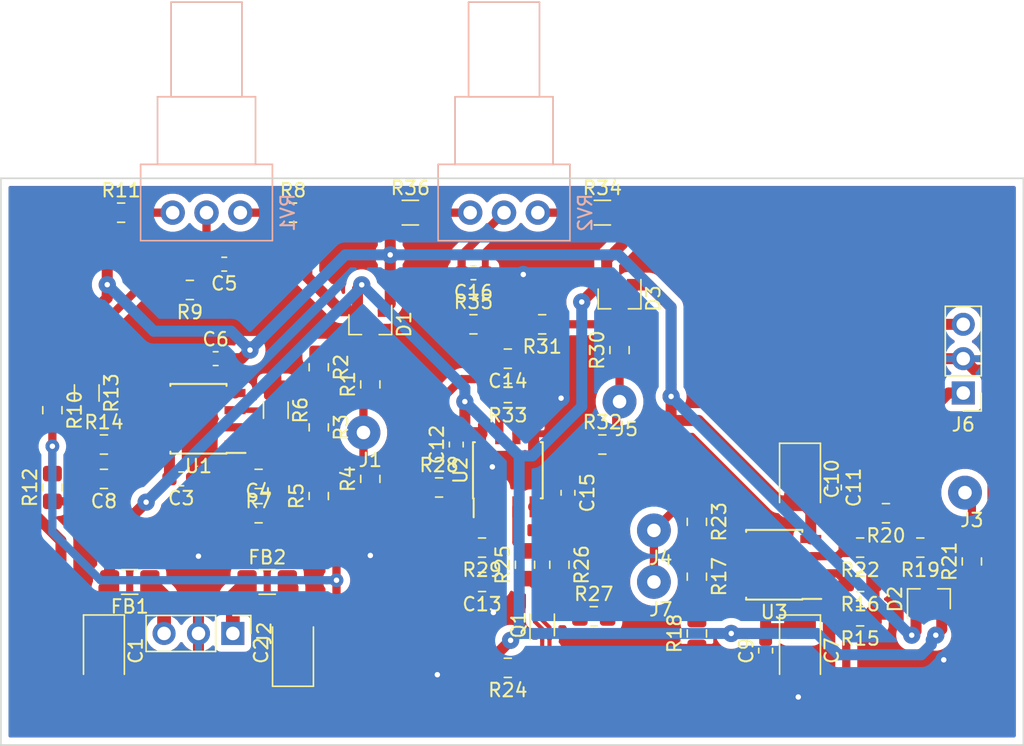
<source format=kicad_pcb>
(kicad_pcb (version 20171130) (host pcbnew 5.1.4-e60b266~84~ubuntu18.04.1)
  (layers (0 F.Cu signal) (31 B.Cu signal) (34 B.Paste user) (35 F.Paste user) (36 B.SilkS user) (37 F.SilkS user) (38 B.Mask user) (39 F.Mask user) (44 Edge.Cuts user))
  (net 0 "")
  (net 1 GND)
  (net 2 +5V)
  (net 3 -5V)
  (net 4 "Net-(C4-Pad2)")
  (net 5 "Net-(C4-Pad1)")
  (net 6 "Net-(C5-Pad2)")
  (net 7 "Net-(C8-Pad2)")
  (net 8 "Net-(C8-Pad1)")
  (net 9 "Net-(C13-Pad2)")
  (net 10 "Net-(C13-Pad1)")
  (net 11 "Net-(C14-Pad2)")
  (net 12 "Net-(C14-Pad1)")
  (net 13 "Net-(C16-Pad2)")
  (net 14 "Net-(D1-Pad3)")
  (net 15 "Net-(D2-Pad3)")
  (net 16 "Net-(D3-Pad3)")
  (net 17 "Net-(J1-Pad1)")
  (net 18 "Net-(J3-Pad1)")
  (net 19 "Net-(J4-Pad1)")
  (net 20 "Net-(J5-Pad1)")
  (net 21 "Net-(Q1-Pad2)")
  (net 22 "Net-(Q1-Pad4)")
  (net 23 "Net-(R2-Pad2)")
  (net 24 "Net-(R10-Pad2)")
  (net 25 "Net-(R8-Pad1)")
  (net 26 "Net-(R10-Pad1)")
  (net 27 "Net-(R11-Pad2)")
  (net 28 "Net-(R16-Pad2)")
  (net 29 "Net-(R17-Pad2)")
  (net 30 "Net-(R17-Pad1)")
  (net 31 "Net-(R20-Pad2)")
  (net 32 "Net-(R25-Pad2)")
  (net 33 "Net-(R27-Pad2)")
  (net 34 "Net-(R34-Pad1)")
  (net 35 "Net-(R36-Pad2)")
  (net 36 "Net-(FB1-Pad1)")
  (net 37 "Net-(FB2-Pad1)")
  (module synkie_footprints:Solderpad_1mm (layer F.Cu) (at 119.888 105.029)
    (fp_text reference J7 (at 0 1.778) (layer F.SilkS))
    (fp_text value Level)
    (pad 1 thru_hole circle (at -0.508 -0.254) (size 2.5 2.5) (drill 1) (layers *.Cu *.Mask) (net 19 "Net-(J4-Pad1)"))
  )
  (module synkie_footprints:R_0805_2012Metric_Pad1.15x1.40mm_HandSolder (layer F.Cu) (at 115.57 94.615)
    (fp_text reference R32 (at 0 -1.65) (layer F.SilkS))
    (fp_text value 47k)
    (pad 2 smd roundrect (at 1.025 0) (size 1.15 1.4) (layers F.Cu F.Paste F.Mask) (roundrect_rratio 0.217391) (net 20 "Net-(J5-Pad1)"))
    (pad 1 smd roundrect (at -1.025 0) (size 1.15 1.4) (layers F.Cu F.Paste F.Mask) (roundrect_rratio 0.217391) (net 1 GND))
  )
  (module synkie_footprints:R_0805_2012Metric_Pad1.15x1.40mm_HandSolder (layer F.Cu) (at 108.585 90.805 180)
    (fp_text reference R33 (at 0 -1.65) (layer F.SilkS))
    (fp_text value 4k7)
    (pad 2 smd roundrect (at 1.025 0 180) (size 1.15 1.4) (layers F.Cu F.Paste F.Mask) (roundrect_rratio 0.217391) (net 11 "Net-(C14-Pad2)"))
    (pad 1 smd roundrect (at -1.025 0 180) (size 1.15 1.4) (layers F.Cu F.Paste F.Mask) (roundrect_rratio 0.217391) (net 12 "Net-(C14-Pad1)"))
  )
  (module synkie_footprints:R_0805_2012Metric_Pad1.15x1.40mm_HandSolder (layer F.Cu) (at 106.045 85.725)
    (fp_text reference R35 (at 0 -1.65) (layer F.SilkS))
    (fp_text value 100k)
    (pad 2 smd roundrect (at 1.025 0) (size 1.15 1.4) (layers F.Cu F.Paste F.Mask) (roundrect_rratio 0.217391) (net 12 "Net-(C14-Pad1)"))
    (pad 1 smd roundrect (at -1.025 0) (size 1.15 1.4) (layers F.Cu F.Paste F.Mask) (roundrect_rratio 0.217391) (net 13 "Net-(C16-Pad2)"))
  )
  (module synkie_footprints:R_1206_3216Metric_Pad1.42x1.75mm_HandSolder (layer F.Cu) (at 77.47 90.805 270)
    (fp_text reference R13 (at 0 -1.82 90) (layer F.SilkS))
    (fp_text value 100k)
    (pad 2 smd roundrect (at 1.4875 0 270) (size 1.425 1.75) (layers F.Cu F.Paste F.Mask) (roundrect_rratio 0.175439) (net 7 "Net-(C8-Pad2)"))
    (pad 1 smd roundrect (at -1.4875 0 270) (size 1.425 1.75) (layers F.Cu F.Paste F.Mask) (roundrect_rratio 0.175439) (net 1 GND))
  )
  (module synkie_footprints:R_1206_3216Metric_Pad1.42x1.75mm_HandSolder (layer F.Cu) (at 91.44 92.075 270)
    (fp_text reference R6 (at 0 -1.82 90) (layer F.SilkS))
    (fp_text value 100k)
    (pad 2 smd roundrect (at 1.4875 0 270) (size 1.425 1.75) (layers F.Cu F.Paste F.Mask) (roundrect_rratio 0.175439) (net 4 "Net-(C4-Pad2)"))
    (pad 1 smd roundrect (at -1.4875 0 270) (size 1.425 1.75) (layers F.Cu F.Paste F.Mask) (roundrect_rratio 0.175439) (net 1 GND))
  )
  (module synkie_footprints:PinHeader_1x03_P2.54mm_Vertical (layer F.Cu) (at 142.24 90.805 180)
    (fp_text reference J6 (at 0 -2.33) (layer F.SilkS))
    (fp_text value LevelMeter)
    (pad 3 thru_hole oval (at 0 5.08 180) (size 1.7 1.7) (drill 1) (layers *.Cu *.Mask) (net 2 +5V))
    (pad 2 thru_hole oval (at 0 2.54 180) (size 1.7 1.7) (drill 1) (layers *.Cu *.Mask) (net 1 GND))
    (pad 1 thru_hole rect (at 0 0 180) (size 1.7 1.7) (drill 1) (layers *.Cu *.Mask) (net 3 -5V))
  )
  (module synkie_footprints:L_1206_3216Metric_Pad1.42x1.75mm_HandSolder (layer F.Cu) (at 90.805 104.775)
    (fp_text reference FB2 (at 0 -1.82) (layer F.SilkS))
    (fp_text value Ferrite_Bead)
    (pad 2 smd roundrect (at 1.4875 0) (size 1.425 1.75) (layers F.Cu F.Paste F.Mask) (roundrect_rratio 0.175439) (net 3 -5V))
    (pad 1 smd roundrect (at -1.4875 0) (size 1.425 1.75) (layers F.Cu F.Paste F.Mask) (roundrect_rratio 0.175439) (net 37 "Net-(FB2-Pad1)"))
  )
  (module synkie_footprints:L_1206_3216Metric_Pad1.42x1.75mm_HandSolder (layer F.Cu) (at 80.645 104.775 180)
    (fp_text reference FB1 (at 0 -1.82) (layer F.SilkS))
    (fp_text value Ferrite_Bead)
    (pad 2 smd roundrect (at 1.4875 0 180) (size 1.425 1.75) (layers F.Cu F.Paste F.Mask) (roundrect_rratio 0.175439) (net 2 +5V))
    (pad 1 smd roundrect (at -1.4875 0 180) (size 1.425 1.75) (layers F.Cu F.Paste F.Mask) (roundrect_rratio 0.175439) (net 36 "Net-(FB1-Pad1)"))
  )
  (module synkie_footprints:C_0603_1608Metric_Pad1.05x0.95mm_HandSolder (layer F.Cu) (at 106.045 81.915 180)
    (fp_text reference C16 (at 0 -1.43) (layer F.SilkS))
    (fp_text value 100n)
    (pad 2 smd roundrect (at 0.875 0 180) (size 1.05 0.95) (layers F.Cu F.Paste F.Mask) (net 13 "Net-(C16-Pad2)"))
    (pad 1 smd roundrect (at -0.875 0 180) (size 1.05 0.95) (layers F.Cu F.Paste F.Mask) (net 1 GND))
  )
  (module synkie_footprints:SOIC-8_3.9x4.9mm_P1.27mm (layer F.Cu) (at 128.27 103.505 180)
    (fp_text reference U3 (at 0 -3.5) (layer F.SilkS))
    (fp_text value LT1228)
    (pad 8 smd rect (at 2.7 -1.905 180) (size 1.55 0.6) (layers F.Cu F.Paste F.Mask) (net 29 "Net-(R17-Pad2)"))
    (pad 7 smd rect (at 2.7 -0.635 180) (size 1.55 0.6) (layers F.Cu F.Paste F.Mask) (net 2 +5V))
    (pad 6 smd rect (at 2.7 0.635 180) (size 1.55 0.6) (layers F.Cu F.Paste F.Mask) (net 30 "Net-(R17-Pad1)"))
    (pad 5 smd rect (at 2.7 1.905 180) (size 1.55 0.6) (layers F.Cu F.Paste F.Mask) (net 33 "Net-(R27-Pad2)"))
    (pad 4 smd rect (at -2.7 1.905 180) (size 1.55 0.6) (layers F.Cu F.Paste F.Mask) (net 3 -5V))
    (pad 3 smd rect (at -2.7 0.635 180) (size 1.55 0.6) (layers F.Cu F.Paste F.Mask) (net 31 "Net-(R20-Pad2)"))
    (pad 2 smd rect (at -2.7 -0.635 180) (size 1.55 0.6) (layers F.Cu F.Paste F.Mask) (net 28 "Net-(R16-Pad2)"))
    (pad 1 smd rect (at -2.7 -1.905 180) (size 1.55 0.6) (layers F.Cu F.Paste F.Mask) (net 24 "Net-(R10-Pad2)"))
  )
  (module synkie_footprints:SOIC-8_3.9x4.9mm_P1.27mm (layer F.Cu) (at 108.585 96.52 90)
    (fp_text reference U2 (at 0 -3.5 90) (layer F.SilkS))
    (fp_text value LMH6643)
    (pad 1 smd rect (at -2.7 -1.905 90) (size 1.55 0.6) (layers F.Cu F.Paste F.Mask) (net 9 "Net-(C13-Pad2)"))
    (pad 2 smd rect (at -2.7 -0.635 90) (size 1.55 0.6) (layers F.Cu F.Paste F.Mask) (net 10 "Net-(C13-Pad1)"))
    (pad 3 smd rect (at -2.7 0.635 90) (size 1.55 0.6) (layers F.Cu F.Paste F.Mask) (net 32 "Net-(R25-Pad2)"))
    (pad 4 smd rect (at -2.7 1.905 90) (size 1.55 0.6) (layers F.Cu F.Paste F.Mask) (net 3 -5V))
    (pad 5 smd rect (at 2.7 1.905 90) (size 1.55 0.6) (layers F.Cu F.Paste F.Mask) (net 1 GND))
    (pad 6 smd rect (at 2.7 0.635 90) (size 1.55 0.6) (layers F.Cu F.Paste F.Mask) (net 12 "Net-(C14-Pad1)"))
    (pad 7 smd rect (at 2.7 -0.635 90) (size 1.55 0.6) (layers F.Cu F.Paste F.Mask) (net 11 "Net-(C14-Pad2)"))
    (pad 8 smd rect (at 2.7 -1.905 90) (size 1.55 0.6) (layers F.Cu F.Paste F.Mask) (net 2 +5V))
  )
  (module synkie_footprints:SOIC-8_3.9x4.9mm_P1.27mm (layer F.Cu) (at 85.725 92.71 180)
    (fp_text reference U1 (at 0 -3.5) (layer F.SilkS))
    (fp_text value LMH6643)
    (pad 8 smd rect (at 2.7 -1.905 180) (size 1.55 0.6) (layers F.Cu F.Paste F.Mask) (net 2 +5V))
    (pad 7 smd rect (at 2.7 -0.635 180) (size 1.55 0.6) (layers F.Cu F.Paste F.Mask) (net 8 "Net-(C8-Pad1)"))
    (pad 6 smd rect (at 2.7 0.635 180) (size 1.55 0.6) (layers F.Cu F.Paste F.Mask) (net 7 "Net-(C8-Pad2)"))
    (pad 5 smd rect (at 2.7 1.905 180) (size 1.55 0.6) (layers F.Cu F.Paste F.Mask) (net 26 "Net-(R10-Pad1)"))
    (pad 4 smd rect (at -2.7 1.905 180) (size 1.55 0.6) (layers F.Cu F.Paste F.Mask) (net 3 -5V))
    (pad 3 smd rect (at -2.7 0.635 180) (size 1.55 0.6) (layers F.Cu F.Paste F.Mask) (net 23 "Net-(R2-Pad2)"))
    (pad 2 smd rect (at -2.7 -0.635 180) (size 1.55 0.6) (layers F.Cu F.Paste F.Mask) (net 4 "Net-(C4-Pad2)"))
    (pad 1 smd rect (at -2.7 -1.905 180) (size 1.55 0.6) (layers F.Cu F.Paste F.Mask) (net 5 "Net-(C4-Pad1)"))
  )
  (module synkie_footprints:Potentiometer_Alps_RK09Y11_Single_Horizontal (layer B.Cu) (at 105.8037 77.47 90)
    (fp_text reference RV2 (at 0 8.5 270) (layer B.SilkS) (effects (justify mirror)))
    (fp_text value 10k)
    (pad 3 thru_hole circle (at 0 5 90) (size 1.8 1.8) (drill 1) (layers *.Cu *.Mask) (net 34 "Net-(R34-Pad1)"))
    (pad 2 thru_hole circle (at 0 2.5 90) (size 1.8 1.8) (drill 1) (layers *.Cu *.Mask) (net 13 "Net-(C16-Pad2)"))
    (pad 1 thru_hole circle (at 0 0 90) (size 1.8 1.8) (drill 1) (layers *.Cu *.Mask) (net 35 "Net-(R36-Pad2)"))
  )
  (module synkie_footprints:Potentiometer_Alps_RK09Y11_Single_Horizontal (layer B.Cu) (at 83.82 77.47 90)
    (fp_text reference RV1 (at 0 8.5 270) (layer B.SilkS) (effects (justify mirror)))
    (fp_text value 10k)
    (pad 3 thru_hole circle (at 0 5 90) (size 1.8 1.8) (drill 1) (layers *.Cu *.Mask) (net 25 "Net-(R8-Pad1)"))
    (pad 2 thru_hole circle (at 0 2.5 90) (size 1.8 1.8) (drill 1) (layers *.Cu *.Mask) (net 6 "Net-(C5-Pad2)"))
    (pad 1 thru_hole circle (at 0 0 90) (size 1.8 1.8) (drill 1) (layers *.Cu *.Mask) (net 27 "Net-(R11-Pad2)"))
  )
  (module synkie_footprints:R_1206_3216Metric_Pad1.42x1.75mm_HandSolder (layer F.Cu) (at 101.3825 77.47)
    (fp_text reference R36 (at 0 -1.82) (layer F.SilkS))
    (fp_text value 10k)
    (pad 2 smd roundrect (at 1.4875 0) (size 1.425 1.75) (layers F.Cu F.Paste F.Mask) (roundrect_rratio 0.175439) (net 35 "Net-(R36-Pad2)"))
    (pad 1 smd roundrect (at -1.4875 0) (size 1.425 1.75) (layers F.Cu F.Paste F.Mask) (roundrect_rratio 0.175439) (net 3 -5V))
  )
  (module synkie_footprints:R_1206_3216Metric_Pad1.42x1.75mm_HandSolder (layer F.Cu) (at 115.57 77.47)
    (fp_text reference R34 (at 0 -1.82) (layer F.SilkS))
    (fp_text value 10k)
    (pad 2 smd roundrect (at 1.4875 0) (size 1.425 1.75) (layers F.Cu F.Paste F.Mask) (roundrect_rratio 0.175439) (net 2 +5V))
    (pad 1 smd roundrect (at -1.4875 0) (size 1.425 1.75) (layers F.Cu F.Paste F.Mask) (roundrect_rratio 0.175439) (net 34 "Net-(R34-Pad1)"))
  )
  (module synkie_footprints:R_0805_2012Metric_Pad1.15x1.40mm_HandSolder (layer F.Cu) (at 111.125 85.725 180)
    (fp_text reference R31 (at 0 -1.65) (layer F.SilkS))
    (fp_text value 100k)
    (pad 2 smd roundrect (at 1.025 0 180) (size 1.15 1.4) (layers F.Cu F.Paste F.Mask) (roundrect_rratio 0.217391) (net 12 "Net-(C14-Pad1)"))
    (pad 1 smd roundrect (at -1.025 0 180) (size 1.15 1.4) (layers F.Cu F.Paste F.Mask) (roundrect_rratio 0.217391) (net 16 "Net-(D3-Pad3)"))
  )
  (module synkie_footprints:R_0805_2012Metric_Pad1.15x1.40mm_HandSolder (layer F.Cu) (at 116.84 87.63 90)
    (fp_text reference R30 (at 0 -1.65 90) (layer F.SilkS))
    (fp_text value 100)
    (pad 2 smd roundrect (at 1.025 0 90) (size 1.15 1.4) (layers F.Cu F.Paste F.Mask) (roundrect_rratio 0.217391) (net 16 "Net-(D3-Pad3)"))
    (pad 1 smd roundrect (at -1.025 0 90) (size 1.15 1.4) (layers F.Cu F.Paste F.Mask) (roundrect_rratio 0.217391) (net 20 "Net-(J5-Pad1)"))
  )
  (module synkie_footprints:R_0805_2012Metric_Pad1.15x1.40mm_HandSolder (layer F.Cu) (at 106.68 102.235 180)
    (fp_text reference R29 (at 0 -1.65) (layer F.SilkS))
    (fp_text value 33k)
    (pad 2 smd roundrect (at 1.025 0 180) (size 1.15 1.4) (layers F.Cu F.Paste F.Mask) (roundrect_rratio 0.217391) (net 9 "Net-(C13-Pad2)"))
    (pad 1 smd roundrect (at -1.025 0 180) (size 1.15 1.4) (layers F.Cu F.Paste F.Mask) (roundrect_rratio 0.217391) (net 10 "Net-(C13-Pad1)"))
  )
  (module synkie_footprints:R_0805_2012Metric_Pad1.15x1.40mm_HandSolder (layer F.Cu) (at 103.505 97.79)
    (fp_text reference R28 (at 0 -1.65) (layer F.SilkS))
    (fp_text value 33k)
    (pad 2 smd roundrect (at 1.025 0) (size 1.15 1.4) (layers F.Cu F.Paste F.Mask) (roundrect_rratio 0.217391) (net 10 "Net-(C13-Pad1)"))
    (pad 1 smd roundrect (at -1.025 0) (size 1.15 1.4) (layers F.Cu F.Paste F.Mask) (roundrect_rratio 0.217391) (net 11 "Net-(C14-Pad2)"))
  )
  (module synkie_footprints:R_0805_2012Metric_Pad1.15x1.40mm_HandSolder (layer F.Cu) (at 114.935 107.315)
    (fp_text reference R27 (at 0 -1.65) (layer F.SilkS))
    (fp_text value 1k)
    (pad 2 smd roundrect (at 1.025 0) (size 1.15 1.4) (layers F.Cu F.Paste F.Mask) (roundrect_rratio 0.217391) (net 33 "Net-(R27-Pad2)"))
    (pad 1 smd roundrect (at -1.025 0) (size 1.15 1.4) (layers F.Cu F.Paste F.Mask) (roundrect_rratio 0.217391) (net 22 "Net-(Q1-Pad4)"))
  )
  (module synkie_footprints:R_0805_2012Metric_Pad1.15x1.40mm_HandSolder (layer F.Cu) (at 112.395 103.505 270)
    (fp_text reference R26 (at 0 -1.65 90) (layer F.SilkS))
    (fp_text value 33k)
    (pad 2 smd roundrect (at 1.025 0 270) (size 1.15 1.4) (layers F.Cu F.Paste F.Mask) (roundrect_rratio 0.217391) (net 22 "Net-(Q1-Pad4)"))
    (pad 1 smd roundrect (at -1.025 0 270) (size 1.15 1.4) (layers F.Cu F.Paste F.Mask) (roundrect_rratio 0.217391) (net 32 "Net-(R25-Pad2)"))
  )
  (module synkie_footprints:R_0805_2012Metric_Pad1.15x1.40mm_HandSolder (layer F.Cu) (at 109.855 103.505 90)
    (fp_text reference R25 (at 0 -1.65 90) (layer F.SilkS))
    (fp_text value 33k)
    (pad 2 smd roundrect (at 1.025 0 90) (size 1.15 1.4) (layers F.Cu F.Paste F.Mask) (roundrect_rratio 0.217391) (net 32 "Net-(R25-Pad2)"))
    (pad 1 smd roundrect (at -1.025 0 90) (size 1.15 1.4) (layers F.Cu F.Paste F.Mask) (roundrect_rratio 0.217391) (net 21 "Net-(Q1-Pad2)"))
  )
  (module synkie_footprints:R_0805_2012Metric_Pad1.15x1.40mm_HandSolder (layer F.Cu) (at 108.585 111.125 180)
    (fp_text reference R24 (at 0 -1.65) (layer F.SilkS))
    (fp_text value 15k)
    (pad 2 smd roundrect (at 1.025 0 180) (size 1.15 1.4) (layers F.Cu F.Paste F.Mask) (roundrect_rratio 0.217391) (net 2 +5V))
    (pad 1 smd roundrect (at -1.025 0 180) (size 1.15 1.4) (layers F.Cu F.Paste F.Mask) (roundrect_rratio 0.217391) (net 21 "Net-(Q1-Pad2)"))
  )
  (module synkie_footprints:R_0805_2012Metric_Pad1.15x1.40mm_HandSolder (layer F.Cu) (at 122.555 100.33 270)
    (fp_text reference R23 (at 0 -1.65 90) (layer F.SilkS))
    (fp_text value 75)
    (pad 2 smd roundrect (at 1.025 0 270) (size 1.15 1.4) (layers F.Cu F.Paste F.Mask) (roundrect_rratio 0.217391) (net 30 "Net-(R17-Pad1)"))
    (pad 1 smd roundrect (at -1.025 0 270) (size 1.15 1.4) (layers F.Cu F.Paste F.Mask) (roundrect_rratio 0.217391) (net 19 "Net-(J4-Pad1)"))
  )
  (module synkie_footprints:R_0805_2012Metric_Pad1.15x1.40mm_HandSolder (layer F.Cu) (at 134.62 102.235 180)
    (fp_text reference R22 (at 0 -1.65) (layer F.SilkS))
    (fp_text value 1k)
    (pad 2 smd roundrect (at 1.025 0 180) (size 1.15 1.4) (layers F.Cu F.Paste F.Mask) (roundrect_rratio 0.217391) (net 31 "Net-(R20-Pad2)"))
    (pad 1 smd roundrect (at -1.025 0 180) (size 1.15 1.4) (layers F.Cu F.Paste F.Mask) (roundrect_rratio 0.217391) (net 1 GND))
  )
  (module synkie_footprints:R_0805_2012Metric_Pad1.15x1.40mm_HandSolder (layer F.Cu) (at 142.875 103.26 90)
    (fp_text reference R21 (at 0 -1.65 90) (layer F.SilkS))
    (fp_text value 47k)
    (pad 2 smd roundrect (at 1.025 0 90) (size 1.15 1.4) (layers F.Cu F.Paste F.Mask) (roundrect_rratio 0.217391) (net 18 "Net-(J3-Pad1)"))
    (pad 1 smd roundrect (at -1.025 0 90) (size 1.15 1.4) (layers F.Cu F.Paste F.Mask) (roundrect_rratio 0.217391) (net 1 GND))
  )
  (module synkie_footprints:R_0805_2012Metric_Pad1.15x1.40mm_HandSolder (layer F.Cu) (at 136.525 99.695 180)
    (fp_text reference R20 (at 0 -1.65) (layer F.SilkS))
    (fp_text value 10k)
    (pad 2 smd roundrect (at 1.025 0 180) (size 1.15 1.4) (layers F.Cu F.Paste F.Mask) (roundrect_rratio 0.217391) (net 31 "Net-(R20-Pad2)"))
    (pad 1 smd roundrect (at -1.025 0 180) (size 1.15 1.4) (layers F.Cu F.Paste F.Mask) (roundrect_rratio 0.217391) (net 15 "Net-(D2-Pad3)"))
  )
  (module synkie_footprints:R_0805_2012Metric_Pad1.15x1.40mm_HandSolder (layer F.Cu) (at 139.065 102.235 180)
    (fp_text reference R19 (at 0 -1.65) (layer F.SilkS))
    (fp_text value 100)
    (pad 2 smd roundrect (at 1.025 0 180) (size 1.15 1.4) (layers F.Cu F.Paste F.Mask) (roundrect_rratio 0.217391) (net 15 "Net-(D2-Pad3)"))
    (pad 1 smd roundrect (at -1.025 0 180) (size 1.15 1.4) (layers F.Cu F.Paste F.Mask) (roundrect_rratio 0.217391) (net 18 "Net-(J3-Pad1)"))
  )
  (module synkie_footprints:R_0805_2012Metric_Pad1.15x1.40mm_HandSolder (layer F.Cu) (at 122.555 108.585 90)
    (fp_text reference R18 (at 0 -1.65 90) (layer F.SilkS))
    (fp_text value 68)
    (pad 2 smd roundrect (at 1.025 0 90) (size 1.15 1.4) (layers F.Cu F.Paste F.Mask) (roundrect_rratio 0.217391) (net 29 "Net-(R17-Pad2)"))
    (pad 1 smd roundrect (at -1.025 0 90) (size 1.15 1.4) (layers F.Cu F.Paste F.Mask) (roundrect_rratio 0.217391) (net 1 GND))
  )
  (module synkie_footprints:R_0805_2012Metric_Pad1.15x1.40mm_HandSolder (layer F.Cu) (at 122.555 104.385 270)
    (fp_text reference R17 (at 0 -1.65 90) (layer F.SilkS))
    (fp_text value 1k)
    (pad 2 smd roundrect (at 1.025 0 270) (size 1.15 1.4) (layers F.Cu F.Paste F.Mask) (roundrect_rratio 0.217391) (net 29 "Net-(R17-Pad2)"))
    (pad 1 smd roundrect (at -1.025 0 270) (size 1.15 1.4) (layers F.Cu F.Paste F.Mask) (roundrect_rratio 0.217391) (net 30 "Net-(R17-Pad1)"))
  )
  (module synkie_footprints:R_0805_2012Metric_Pad1.15x1.40mm_HandSolder (layer F.Cu) (at 134.62 104.775 180)
    (fp_text reference R16 (at 0 -1.65) (layer F.SilkS))
    (fp_text value 560)
    (pad 2 smd roundrect (at 1.025 0 180) (size 1.15 1.4) (layers F.Cu F.Paste F.Mask) (roundrect_rratio 0.217391) (net 28 "Net-(R16-Pad2)"))
    (pad 1 smd roundrect (at -1.025 0 180) (size 1.15 1.4) (layers F.Cu F.Paste F.Mask) (roundrect_rratio 0.217391) (net 1 GND))
  )
  (module synkie_footprints:R_0805_2012Metric_Pad1.15x1.40mm_HandSolder (layer F.Cu) (at 134.62 107.315 180)
    (fp_text reference R15 (at 0 -1.65) (layer F.SilkS))
    (fp_text value 300)
    (pad 2 smd roundrect (at 1.025 0 180) (size 1.15 1.4) (layers F.Cu F.Paste F.Mask) (roundrect_rratio 0.217391) (net 24 "Net-(R10-Pad2)"))
    (pad 1 smd roundrect (at -1.025 0 180) (size 1.15 1.4) (layers F.Cu F.Paste F.Mask) (roundrect_rratio 0.217391) (net 1 GND))
  )
  (module synkie_footprints:R_0805_2012Metric_Pad1.15x1.40mm_HandSolder (layer F.Cu) (at 78.74 94.615)
    (fp_text reference R14 (at 0 -1.65) (layer F.SilkS))
    (fp_text value 100k)
    (pad 2 smd roundrect (at 1.025 0) (size 1.15 1.4) (layers F.Cu F.Paste F.Mask) (roundrect_rratio 0.217391) (net 8 "Net-(C8-Pad1)"))
    (pad 1 smd roundrect (at -1.025 0) (size 1.15 1.4) (layers F.Cu F.Paste F.Mask) (roundrect_rratio 0.217391) (net 7 "Net-(C8-Pad2)"))
  )
  (module synkie_footprints:R_0805_2012Metric_Pad1.15x1.40mm_HandSolder (layer F.Cu) (at 74.93 97.79 90)
    (fp_text reference R12 (at 0 -1.65 90) (layer F.SilkS))
    (fp_text value 2k2)
    (pad 1 smd roundrect (at -1.025 0 90) (size 1.15 1.4) (layers F.Cu F.Paste F.Mask) (roundrect_rratio 0.217391) (net 8 "Net-(C8-Pad1)"))
    (pad 2 smd roundrect (at 1.025 0 90) (size 1.15 1.4) (layers F.Cu F.Paste F.Mask) (roundrect_rratio 0.217391) (net 24 "Net-(R10-Pad2)"))
  )
  (module synkie_footprints:R_0805_2012Metric_Pad1.15x1.40mm_HandSolder (layer F.Cu) (at 80.01 77.47)
    (fp_text reference R11 (at 0 -1.65) (layer F.SilkS))
    (fp_text value 10k)
    (pad 2 smd roundrect (at 1.025 0) (size 1.15 1.4) (layers F.Cu F.Paste F.Mask) (roundrect_rratio 0.217391) (net 27 "Net-(R11-Pad2)"))
    (pad 1 smd roundrect (at -1.025 0) (size 1.15 1.4) (layers F.Cu F.Paste F.Mask) (roundrect_rratio 0.217391) (net 3 -5V))
  )
  (module synkie_footprints:R_0805_2012Metric_Pad1.15x1.40mm_HandSolder (layer F.Cu) (at 74.93 92.075 270)
    (fp_text reference R10 (at 0 -1.65 90) (layer F.SilkS))
    (fp_text value 100k)
    (pad 2 smd roundrect (at 1.025 0 270) (size 1.15 1.4) (layers F.Cu F.Paste F.Mask) (roundrect_rratio 0.217391) (net 24 "Net-(R10-Pad2)"))
    (pad 1 smd roundrect (at -1.025 0 270) (size 1.15 1.4) (layers F.Cu F.Paste F.Mask) (roundrect_rratio 0.217391) (net 26 "Net-(R10-Pad1)"))
  )
  (module synkie_footprints:R_0805_2012Metric_Pad1.15x1.40mm_HandSolder (layer F.Cu) (at 85.09 83.185 180)
    (fp_text reference R9 (at 0 -1.65) (layer F.SilkS))
    (fp_text value 100k)
    (pad 2 smd roundrect (at 1.025 0 180) (size 1.15 1.4) (layers F.Cu F.Paste F.Mask) (roundrect_rratio 0.217391) (net 26 "Net-(R10-Pad1)"))
    (pad 1 smd roundrect (at -1.025 0 180) (size 1.15 1.4) (layers F.Cu F.Paste F.Mask) (roundrect_rratio 0.217391) (net 6 "Net-(C5-Pad2)"))
  )
  (module synkie_footprints:R_0805_2012Metric_Pad1.15x1.40mm_HandSolder (layer F.Cu) (at 92.71 77.47)
    (fp_text reference R8 (at 0 -1.65) (layer F.SilkS))
    (fp_text value 10k)
    (pad 2 smd roundrect (at 1.025 0) (size 1.15 1.4) (layers F.Cu F.Paste F.Mask) (roundrect_rratio 0.217391) (net 2 +5V))
    (pad 1 smd roundrect (at -1.025 0) (size 1.15 1.4) (layers F.Cu F.Paste F.Mask) (roundrect_rratio 0.217391) (net 25 "Net-(R8-Pad1)"))
  )
  (module synkie_footprints:R_0805_2012Metric_Pad1.15x1.40mm_HandSolder (layer F.Cu) (at 90.17 97.155 180)
    (fp_text reference R7 (at 0 -1.65) (layer F.SilkS))
    (fp_text value 100k)
    (pad 2 smd roundrect (at 1.025 0 180) (size 1.15 1.4) (layers F.Cu F.Paste F.Mask) (roundrect_rratio 0.217391) (net 5 "Net-(C4-Pad1)"))
    (pad 1 smd roundrect (at -1.025 0 180) (size 1.15 1.4) (layers F.Cu F.Paste F.Mask) (roundrect_rratio 0.217391) (net 4 "Net-(C4-Pad2)"))
  )
  (module synkie_footprints:R_0805_2012Metric_Pad1.15x1.40mm_HandSolder (layer F.Cu) (at 94.615 98.425 90)
    (fp_text reference R5 (at 0 -1.65 90) (layer F.SilkS))
    (fp_text value 2k2)
    (pad 2 smd roundrect (at 1.025 0 90) (size 1.15 1.4) (layers F.Cu F.Paste F.Mask) (roundrect_rratio 0.217391) (net 24 "Net-(R10-Pad2)"))
    (pad 1 smd roundrect (at -1.025 0 90) (size 1.15 1.4) (layers F.Cu F.Paste F.Mask) (roundrect_rratio 0.217391) (net 5 "Net-(C4-Pad1)"))
  )
  (module synkie_footprints:R_0805_2012Metric_Pad1.15x1.40mm_HandSolder (layer F.Cu) (at 98.425 97.155 90)
    (fp_text reference R4 (at 0 -1.65 90) (layer F.SilkS))
    (fp_text value 47k)
    (pad 2 smd roundrect (at 1.025 0 90) (size 1.15 1.4) (layers F.Cu F.Paste F.Mask) (roundrect_rratio 0.217391) (net 17 "Net-(J1-Pad1)"))
    (pad 1 smd roundrect (at -1.025 0 90) (size 1.15 1.4) (layers F.Cu F.Paste F.Mask) (roundrect_rratio 0.217391) (net 1 GND))
  )
  (module synkie_footprints:R_0805_2012Metric_Pad1.15x1.40mm_HandSolder (layer F.Cu) (at 94.615 93.345 270)
    (fp_text reference R3 (at 0 -1.65 90) (layer F.SilkS))
    (fp_text value 100k)
    (pad 2 smd roundrect (at 1.025 0 270) (size 1.15 1.4) (layers F.Cu F.Paste F.Mask) (roundrect_rratio 0.217391) (net 24 "Net-(R10-Pad2)"))
    (pad 1 smd roundrect (at -1.025 0 270) (size 1.15 1.4) (layers F.Cu F.Paste F.Mask) (roundrect_rratio 0.217391) (net 23 "Net-(R2-Pad2)"))
  )
  (module synkie_footprints:R_0805_2012Metric_Pad1.15x1.40mm_HandSolder (layer F.Cu) (at 94.615 88.9 270)
    (fp_text reference R2 (at 0 -1.65 90) (layer F.SilkS))
    (fp_text value 100k)
    (pad 2 smd roundrect (at 1.025 0 270) (size 1.15 1.4) (layers F.Cu F.Paste F.Mask) (roundrect_rratio 0.217391) (net 23 "Net-(R2-Pad2)"))
    (pad 1 smd roundrect (at -1.025 0 270) (size 1.15 1.4) (layers F.Cu F.Paste F.Mask) (roundrect_rratio 0.217391) (net 14 "Net-(D1-Pad3)"))
  )
  (module synkie_footprints:R_0805_2012Metric_Pad1.15x1.40mm_HandSolder (layer F.Cu) (at 98.425 90.17 90)
    (fp_text reference R1 (at 0 -1.65 90) (layer F.SilkS))
    (fp_text value 100)
    (pad 2 smd roundrect (at 1.025 0 90) (size 1.15 1.4) (layers F.Cu F.Paste F.Mask) (roundrect_rratio 0.217391) (net 14 "Net-(D1-Pad3)"))
    (pad 1 smd roundrect (at -1.025 0 90) (size 1.15 1.4) (layers F.Cu F.Paste F.Mask) (roundrect_rratio 0.217391) (net 17 "Net-(J1-Pad1)"))
  )
  (module synkie_footprints:SOT-666 (layer F.Cu) (at 111.125 107.95 90)
    (fp_text reference Q1 (at 0 -1.75 90) (layer F.SilkS))
    (fp_text value PEMX1)
    (pad 6 smd rect (at 0.85 -0.5375 90) (size 0.5 0.375) (layers F.Cu F.Paste F.Mask) (net 21 "Net-(Q1-Pad2)") (clearance 0.127))
    (pad 4 smd rect (at 0.85 0.5375 90) (size 0.5 0.375) (layers F.Cu F.Paste F.Mask) (net 22 "Net-(Q1-Pad4)") (clearance 0.127))
    (pad 2 smd rect (at -0.925 0 90) (size 0.65 0.3) (layers F.Cu F.Paste F.Mask) (net 21 "Net-(Q1-Pad2)") (clearance 0.127))
    (pad 5 smd rect (at 0.925 0 90) (size 0.65 0.3) (layers F.Cu F.Paste F.Mask) (net 9 "Net-(C13-Pad2)") (clearance 0.127))
    (pad 3 smd rect (at -0.85 0.5375 90) (size 0.5 0.375) (layers F.Cu F.Paste F.Mask) (net 9 "Net-(C13-Pad2)") (clearance 0.127))
    (pad 1 smd rect (at -0.85 -0.5375 90) (size 0.5 0.375) (layers F.Cu F.Paste F.Mask) (net 1 GND) (clearance 0.0508))
  )
  (module synkie_footprints:Solderpad_1mm (layer F.Cu) (at 117.348 91.694)
    (fp_text reference J5 (at 0 1.778) (layer F.SilkS))
    (fp_text value Scale_In)
    (pad 1 thru_hole circle (at -0.508 -0.254) (size 2.5 2.5) (drill 1) (layers *.Cu *.Mask) (net 20 "Net-(J5-Pad1)"))
  )
  (module synkie_footprints:Solderpad_1mm (layer F.Cu) (at 119.888 101.219)
    (fp_text reference J4 (at 0 1.778) (layer F.SilkS))
    (fp_text value Out)
    (pad 1 thru_hole circle (at -0.508 -0.254) (size 2.5 2.5) (drill 1) (layers *.Cu *.Mask) (net 19 "Net-(J4-Pad1)"))
  )
  (module synkie_footprints:Solderpad_1mm (layer F.Cu) (at 142.875 98.425)
    (fp_text reference J3 (at 0 1.778) (layer F.SilkS))
    (fp_text value In)
    (pad 1 thru_hole circle (at -0.508 -0.254) (size 2.5 2.5) (drill 1) (layers *.Cu *.Mask) (net 18 "Net-(J3-Pad1)"))
  )
  (module synkie_footprints:PinHeader_1x03_P2.54mm_Vertical (layer F.Cu) (at 88.265 108.585 270)
    (fp_text reference J2 (at 0 -2.33 90) (layer F.SilkS))
    (fp_text value Power)
    (pad 3 thru_hole oval (at 0 5.08 270) (size 1.7 1.7) (drill 1) (layers *.Cu *.Mask) (net 36 "Net-(FB1-Pad1)"))
    (pad 2 thru_hole oval (at 0 2.54 270) (size 1.7 1.7) (drill 1) (layers *.Cu *.Mask) (net 1 GND))
    (pad 1 thru_hole rect (at 0 0 270) (size 1.7 1.7) (drill 1) (layers *.Cu *.Mask) (net 37 "Net-(FB2-Pad1)"))
  )
  (module synkie_footprints:Solderpad_1mm (layer F.Cu) (at 98.425 93.98)
    (fp_text reference J1 (at 0 1.778) (layer F.SilkS))
    (fp_text value Bias_In)
    (pad 1 thru_hole circle (at -0.508 -0.254) (size 2.5 2.5) (drill 1) (layers *.Cu *.Mask) (net 17 "Net-(J1-Pad1)"))
  )
  (module synkie_footprints:SOT-23 (layer F.Cu) (at 116.84 83.82 270)
    (fp_text reference D3 (at 0 -2.5 90) (layer F.SilkS))
    (fp_text value BAT54S)
    (pad 3 smd rect (at 1 0 270) (size 0.9 0.8) (layers F.Cu F.Paste F.Mask) (net 16 "Net-(D3-Pad3)"))
    (pad 2 smd rect (at -1 0.95 270) (size 0.9 0.8) (layers F.Cu F.Paste F.Mask) (net 2 +5V))
    (pad 1 smd rect (at -1 -0.95 270) (size 0.9 0.8) (layers F.Cu F.Paste F.Mask) (net 3 -5V))
  )
  (module synkie_footprints:SOT-23 (layer F.Cu) (at 139.7 106.045 90)
    (fp_text reference D2 (at 0 -2.5 90) (layer F.SilkS))
    (fp_text value BAT54S)
    (pad 3 smd rect (at 1 0 90) (size 0.9 0.8) (layers F.Cu F.Paste F.Mask) (net 15 "Net-(D2-Pad3)"))
    (pad 2 smd rect (at -1 0.95 90) (size 0.9 0.8) (layers F.Cu F.Paste F.Mask) (net 2 +5V))
    (pad 1 smd rect (at -1 -0.95 90) (size 0.9 0.8) (layers F.Cu F.Paste F.Mask) (net 3 -5V))
  )
  (module synkie_footprints:SOT-23 (layer F.Cu) (at 98.425 85.725 270)
    (fp_text reference D1 (at 0 -2.5 90) (layer F.SilkS))
    (fp_text value BAT54S)
    (pad 3 smd rect (at 1 0 270) (size 0.9 0.8) (layers F.Cu F.Paste F.Mask) (net 14 "Net-(D1-Pad3)"))
    (pad 2 smd rect (at -1 0.95 270) (size 0.9 0.8) (layers F.Cu F.Paste F.Mask) (net 2 +5V))
    (pad 1 smd rect (at -1 -0.95 270) (size 0.9 0.8) (layers F.Cu F.Paste F.Mask) (net 3 -5V))
  )
  (module synkie_footprints:C_0603_1608Metric_Pad1.05x0.95mm_HandSolder (layer F.Cu) (at 113.03 98.185 270)
    (fp_text reference C15 (at 0 -1.43 90) (layer F.SilkS))
    (fp_text value 100n)
    (pad 2 smd roundrect (at 0.875 0 270) (size 1.05 0.95) (layers F.Cu F.Paste F.Mask) (net 3 -5V))
    (pad 1 smd roundrect (at -0.875 0 270) (size 1.05 0.95) (layers F.Cu F.Paste F.Mask) (net 1 GND))
  )
  (module synkie_footprints:C_0805_2012Metric_Pad1.15x1.40mm_HandSolder (layer F.Cu) (at 108.585 88.265 180)
    (fp_text reference C14 (at 0 -1.65) (layer F.SilkS))
    (fp_text value 0)
    (pad 2 smd roundrect (at 1.025 0 180) (size 1.15 1.4) (layers F.Cu F.Paste F.Mask) (roundrect_rratio 0.217391) (net 11 "Net-(C14-Pad2)"))
    (pad 1 smd roundrect (at -1.025 0 180) (size 1.15 1.4) (layers F.Cu F.Paste F.Mask) (roundrect_rratio 0.217391) (net 12 "Net-(C14-Pad1)"))
  )
  (module synkie_footprints:C_0805_2012Metric_Pad1.15x1.40mm_HandSolder (layer F.Cu) (at 106.68 104.775 180)
    (fp_text reference C13 (at 0 -1.65) (layer F.SilkS))
    (fp_text value 1p)
    (pad 2 smd roundrect (at 1.025 0 180) (size 1.15 1.4) (layers F.Cu F.Paste F.Mask) (roundrect_rratio 0.217391) (net 9 "Net-(C13-Pad2)"))
    (pad 1 smd roundrect (at -1.025 0 180) (size 1.15 1.4) (layers F.Cu F.Paste F.Mask) (roundrect_rratio 0.217391) (net 10 "Net-(C13-Pad1)"))
  )
  (module synkie_footprints:C_0603_1608Metric_Pad1.05x0.95mm_HandSolder (layer F.Cu) (at 104.775 94.615 90)
    (fp_text reference C12 (at 0 -1.43 90) (layer F.SilkS))
    (fp_text value 100n)
    (pad 2 smd roundrect (at 0.875 0 90) (size 1.05 0.95) (layers F.Cu F.Paste F.Mask) (net 2 +5V))
    (pad 1 smd roundrect (at -0.875 0 90) (size 1.05 0.95) (layers F.Cu F.Paste F.Mask) (net 1 GND))
  )
  (module synkie_footprints:C_0603_1608Metric_Pad1.05x0.95mm_HandSolder (layer F.Cu) (at 132.715 97.79 270)
    (fp_text reference C11 (at 0 -1.43 90) (layer F.SilkS))
    (fp_text value 100n)
    (pad 2 smd roundrect (at 0.875 0 270) (size 1.05 0.95) (layers F.Cu F.Paste F.Mask) (net 3 -5V))
    (pad 1 smd roundrect (at -0.875 0 270) (size 1.05 0.95) (layers F.Cu F.Paste F.Mask) (net 1 GND))
  )
  (module synkie_footprints:CP_EIA-3528-21_Kemet-B_Pad1.50x2.35mm_HandSolder (layer F.Cu) (at 130.175 97.155 270)
    (fp_text reference C10 (at 0 -2.35 90) (layer F.SilkS))
    (fp_text value 4u7)
    (pad 2 smd roundrect (at 1.625 0 270) (size 1.5 2.35) (layers F.Cu F.Paste F.Mask) (roundrect_rratio 0.166667) (net 3 -5V))
    (pad 1 smd roundrect (at -1.625 0 270) (size 1.5 2.35) (layers F.Cu F.Paste F.Mask) (roundrect_rratio 0.166667) (net 1 GND))
  )
  (module synkie_footprints:C_0603_1608Metric_Pad1.05x0.95mm_HandSolder (layer F.Cu) (at 127.635 109.855 90)
    (fp_text reference C9 (at 0 -1.43 90) (layer F.SilkS))
    (fp_text value 100n)
    (pad 2 smd roundrect (at 0.875 0 90) (size 1.05 0.95) (layers F.Cu F.Paste F.Mask) (net 2 +5V))
    (pad 1 smd roundrect (at -0.875 0 90) (size 1.05 0.95) (layers F.Cu F.Paste F.Mask) (net 1 GND))
  )
  (module synkie_footprints:C_0805_2012Metric_Pad1.15x1.40mm_HandSolder (layer F.Cu) (at 78.74 97.155 180)
    (fp_text reference C8 (at 0 -1.65) (layer F.SilkS))
    (fp_text value 50p)
    (pad 2 smd roundrect (at 1.025 0 180) (size 1.15 1.4) (layers F.Cu F.Paste F.Mask) (roundrect_rratio 0.217391) (net 7 "Net-(C8-Pad2)"))
    (pad 1 smd roundrect (at -1.025 0 180) (size 1.15 1.4) (layers F.Cu F.Paste F.Mask) (roundrect_rratio 0.217391) (net 8 "Net-(C8-Pad1)"))
  )
  (module synkie_footprints:CP_EIA-3528-21_Kemet-B_Pad1.50x2.35mm_HandSolder (layer F.Cu) (at 130.175 109.855 270)
    (fp_text reference C7 (at 0 -2.35 90) (layer F.SilkS))
    (fp_text value 4u7)
    (pad 2 smd roundrect (at 1.625 0 270) (size 1.5 2.35) (layers F.Cu F.Paste F.Mask) (roundrect_rratio 0.166667) (net 1 GND))
    (pad 1 smd roundrect (at -1.625 0 270) (size 1.5 2.35) (layers F.Cu F.Paste F.Mask) (roundrect_rratio 0.166667) (net 2 +5V))
  )
  (module synkie_footprints:C_0603_1608Metric_Pad1.05x0.95mm_HandSolder (layer F.Cu) (at 86.995 88.265)
    (fp_text reference C6 (at 0 -1.43) (layer F.SilkS))
    (fp_text value 100n)
    (pad 2 smd roundrect (at 0.875 0) (size 1.05 0.95) (layers F.Cu F.Paste F.Mask) (net 3 -5V))
    (pad 1 smd roundrect (at -0.875 0) (size 1.05 0.95) (layers F.Cu F.Paste F.Mask) (net 1 GND))
  )
  (module synkie_footprints:C_0603_1608Metric_Pad1.05x0.95mm_HandSolder (layer F.Cu) (at 87.63 81.28 180)
    (fp_text reference C5 (at 0 -1.43) (layer F.SilkS))
    (fp_text value 100n)
    (pad 2 smd roundrect (at 0.875 0 180) (size 1.05 0.95) (layers F.Cu F.Paste F.Mask) (net 6 "Net-(C5-Pad2)"))
    (pad 1 smd roundrect (at -0.875 0 180) (size 1.05 0.95) (layers F.Cu F.Paste F.Mask) (net 1 GND))
  )
  (module synkie_footprints:C_0805_2012Metric_Pad1.15x1.40mm_HandSolder (layer F.Cu) (at 90.17 99.695)
    (fp_text reference C4 (at 0 -1.65) (layer F.SilkS))
    (fp_text value 0)
    (pad 2 smd roundrect (at 1.025 0) (size 1.15 1.4) (layers F.Cu F.Paste F.Mask) (roundrect_rratio 0.217391) (net 4 "Net-(C4-Pad2)"))
    (pad 1 smd roundrect (at -1.025 0) (size 1.15 1.4) (layers F.Cu F.Paste F.Mask) (roundrect_rratio 0.217391) (net 5 "Net-(C4-Pad1)"))
  )
  (module synkie_footprints:C_0603_1608Metric_Pad1.05x0.95mm_HandSolder (layer F.Cu) (at 84.455 97.155 180)
    (fp_text reference C3 (at 0 -1.43) (layer F.SilkS))
    (fp_text value 100n)
    (pad 2 smd roundrect (at 0.875 0 180) (size 1.05 0.95) (layers F.Cu F.Paste F.Mask) (net 2 +5V))
    (pad 1 smd roundrect (at -0.875 0 180) (size 1.05 0.95) (layers F.Cu F.Paste F.Mask) (net 1 GND))
  )
  (module synkie_footprints:CP_EIA-3528-21_Kemet-B_Pad1.50x2.35mm_HandSolder (layer F.Cu) (at 92.71 109.855 90)
    (fp_text reference C2 (at 0 -2.35 90) (layer F.SilkS))
    (fp_text value 10u)
    (pad 2 smd roundrect (at 1.625 0 90) (size 1.5 2.35) (layers F.Cu F.Paste F.Mask) (roundrect_rratio 0.166667) (net 3 -5V))
    (pad 1 smd roundrect (at -1.625 0 90) (size 1.5 2.35) (layers F.Cu F.Paste F.Mask) (roundrect_rratio 0.166667) (net 1 GND))
  )
  (module synkie_footprints:CP_EIA-3528-21_Kemet-B_Pad1.50x2.35mm_HandSolder (layer F.Cu) (at 78.74 109.855 270)
    (fp_text reference C1 (at 0 -2.35 90) (layer F.SilkS))
    (fp_text value 10u)
    (pad 2 smd roundrect (at 1.625 0 270) (size 1.5 2.35) (layers F.Cu F.Paste F.Mask) (roundrect_rratio 0.166667) (net 1 GND))
    (pad 1 smd roundrect (at -1.625 0 270) (size 1.5 2.35) (layers F.Cu F.Paste F.Mask) (roundrect_rratio 0.166667) (net 2 +5V))
  )
  (gr_text "sk108-scabi-log\n2019-11-12" (at 144.78 79.375) (layer F.Cu) (effects (font (size 1.5 1.5) (thickness 0.3)) (justify right)))
  (gr_line (start 146.685 74.93) (end 71.12 74.93) (layer Edge.Cuts) (width 0.12))
  (gr_line (start 146.685 116.84) (end 146.685 74.93) (layer Edge.Cuts) (width 0.12))
  (gr_line (start 71.12 116.84) (end 146.685 116.84) (layer Edge.Cuts) (width 0.12))
  (gr_line (start 71.12 74.93) (end 71.12 116.84) (layer Edge.Cuts) (width 0.12))
  (segment (start 85.725 111.2) (end 86.005 111.48) (width 0.8128) (layer F.Cu) (net 1))
  (segment (start 85.725 108.585) (end 85.725 111.2) (width 0.8128) (layer F.Cu) (net 1))
  (segment (start 78.74 111.48) (end 86.005 111.48) (width 0.8128) (layer F.Cu) (net 1))
  (segment (start 86.005 111.48) (end 92.71 111.48) (width 0.8128) (layer F.Cu) (net 1))
  (segment (start 86.12 96.365) (end 86.12 88.265) (width 0.8128) (layer F.Cu) (net 1))
  (segment (start 85.33 97.155) (end 86.12 96.365) (width 0.8128) (layer F.Cu) (net 1))
  (segment (start 78.5225 88.265) (end 86.12 88.265) (width 0.8128) (layer F.Cu) (net 1))
  (segment (start 77.47 89.3175) (end 78.5225 88.265) (width 0.8128) (layer F.Cu) (net 1))
  (segment (start 85.725 97.55) (end 85.33 97.155) (width 0.8128) (layer F.Cu) (net 1))
  (segment (start 91.44 89.775) (end 91.44 90.5875) (width 0.8128) (layer F.Cu) (net 1))
  (segment (start 91.44 87.392254) (end 91.44 89.775) (width 0.8128) (layer F.Cu) (net 1))
  (segment (start 90.229945 86.182199) (end 91.44 87.392254) (width 0.8128) (layer F.Cu) (net 1))
  (segment (start 86.12 87.69) (end 87.627801 86.182199) (width 0.8128) (layer F.Cu) (net 1))
  (segment (start 86.12 88.265) (end 86.12 87.69) (width 0.8128) (layer F.Cu) (net 1))
  (segment (start 88.442801 81.917199) (end 88.442801 86.182199) (width 0.8128) (layer F.Cu) (net 1))
  (segment (start 88.505 81.855) (end 88.442801 81.917199) (width 0.8128) (layer F.Cu) (net 1))
  (segment (start 88.505 81.28) (end 88.505 81.855) (width 0.8128) (layer F.Cu) (net 1))
  (segment (start 87.627801 86.182199) (end 88.442801 86.182199) (width 0.8128) (layer F.Cu) (net 1))
  (segment (start 88.442801 86.182199) (end 90.229945 86.182199) (width 0.8128) (layer F.Cu) (net 1))
  (segment (start 110.49 95.4078) (end 110.4078 95.49) (width 0.8128) (layer F.Cu) (net 1))
  (segment (start 110.49 93.82) (end 110.49 95.4078) (width 0.8128) (layer F.Cu) (net 1))
  (segment (start 110.4078 95.49) (end 110.25 95.49) (width 0.8128) (layer F.Cu) (net 1))
  (segment (start 113.7522 95.4078) (end 114.545 94.615) (width 0.8128) (layer F.Cu) (net 1))
  (segment (start 113.03 95.5656) (end 113.1878 95.4078) (width 0.8128) (layer F.Cu) (net 1))
  (segment (start 113.03 97.31) (end 113.03 95.5656) (width 0.8128) (layer F.Cu) (net 1))
  (segment (start 110.49 95.4078) (end 113.1878 95.4078) (width 0.8128) (layer F.Cu) (net 1))
  (segment (start 113.1878 95.4078) (end 113.7522 95.4078) (width 0.8128) (layer F.Cu) (net 1))
  (segment (start 128.385 111.48) (end 127.635 110.73) (width 0.8128) (layer F.Cu) (net 1))
  (segment (start 130.175 111.48) (end 128.385 111.48) (width 0.8128) (layer F.Cu) (net 1))
  (segment (start 131.33 95.53) (end 132.715 96.915) (width 0.8128) (layer F.Cu) (net 1))
  (segment (start 130.175 95.53) (end 131.33 95.53) (width 0.8128) (layer F.Cu) (net 1))
  (segment (start 123.675 110.73) (end 122.555 109.61) (width 0.8128) (layer F.Cu) (net 1))
  (segment (start 127.635 110.73) (end 123.675 110.73) (width 0.8128) (layer F.Cu) (net 1))
  (segment (start 135.645 104.775) (end 135.645 107.315) (width 0.8128) (layer F.Cu) (net 1))
  (segment (start 135.645 102.235) (end 135.645 104.775) (width 0.8128) (layer F.Cu) (net 1))
  (segment (start 120.62222 113.78278) (end 123.675 110.73) (width 0.8128) (layer F.Cu) (net 1))
  (segment (start 105.683049 113.78278) (end 120.62222 113.78278) (width 0.8128) (layer F.Cu) (net 1))
  (via (at 103.377408 111.633592) (size 1.27) (drill 0.4) (layers F.Cu B.Cu) (net 1))
  (segment (start 105.683049 113.78278) (end 105.526596 113.78278) (width 0.8128) (layer F.Cu) (net 1))
  (segment (start 105.526596 113.78278) (end 103.377408 111.633592) (width 0.8128) (layer F.Cu) (net 1))
  (via (at 107.5182 107.0356) (size 1.27) (drill 0.4) (layers F.Cu B.Cu) (net 1))
  (segment (start 103.377408 111.633592) (end 103.377408 111.176392) (width 0.8128) (layer B.Cu) (net 1))
  (segment (start 103.377408 111.176392) (end 107.5182 107.0356) (width 0.8128) (layer B.Cu) (net 1))
  (segment (start 110.41379 108.62629) (end 110.41379 108.8) (width 0.3048) (layer F.Cu) (net 1))
  (segment (start 109.458099 107.670599) (end 110.41379 108.62629) (width 0.3048) (layer F.Cu) (net 1))
  (segment (start 107.5182 107.0356) (end 108.153199 107.670599) (width 0.3048) (layer F.Cu) (net 1))
  (segment (start 108.153199 107.670599) (end 109.458099 107.670599) (width 0.3048) (layer F.Cu) (net 1))
  (segment (start 98.425 106.681184) (end 103.377408 111.633592) (width 0.8128) (layer F.Cu) (net 1))
  (via (at 98.425 102.8192) (size 1.27) (drill 0.4) (layers F.Cu B.Cu) (net 1))
  (segment (start 98.425 106.681184) (end 98.425 102.8192) (width 0.8128) (layer F.Cu) (net 1))
  (segment (start 98.425 98.18) (end 98.425 102.8192) (width 0.8128) (layer F.Cu) (net 1))
  (via (at 85.725 102.87) (size 1.27) (drill 0.4) (layers F.Cu B.Cu) (net 1))
  (segment (start 85.7758 102.8192) (end 85.725 102.87) (width 0.8128) (layer B.Cu) (net 1))
  (segment (start 85.725 108.585) (end 85.725 102.87) (width 0.8128) (layer F.Cu) (net 1))
  (segment (start 98.425 102.8192) (end 85.7758 102.8192) (width 0.8128) (layer B.Cu) (net 1))
  (segment (start 85.725 102.87) (end 85.725 97.55) (width 0.8128) (layer F.Cu) (net 1))
  (segment (start 130.175 94.68) (end 130.175 95.53) (width 0.8128) (layer F.Cu) (net 1))
  (segment (start 130.175 94.174919) (end 130.175 94.68) (width 0.8128) (layer F.Cu) (net 1))
  (segment (start 140.752021 110.49) (end 142.875 108.367021) (width 0.8128) (layer F.Cu) (net 1))
  (segment (start 137.736 110.49) (end 140.752021 110.49) (width 0.8128) (layer F.Cu) (net 1))
  (segment (start 135.645 107.315) (end 135.645 108.399) (width 0.8128) (layer F.Cu) (net 1))
  (segment (start 142.875 104.96) (end 142.875 104.285) (width 0.8128) (layer F.Cu) (net 1))
  (segment (start 142.875 108.367021) (end 142.875 104.96) (width 0.8128) (layer F.Cu) (net 1))
  (segment (start 135.645 108.399) (end 137.736 110.49) (width 0.8128) (layer F.Cu) (net 1))
  (via (at 130.048 113.284) (size 1.27) (drill 0.4) (layers F.Cu B.Cu) (net 1))
  (segment (start 130.175 111.48) (end 130.175 113.157) (width 0.8128) (layer F.Cu) (net 1))
  (segment (start 130.175 113.157) (end 130.048 113.284) (width 0.8128) (layer F.Cu) (net 1))
  (via (at 140.797133 110.535112) (size 1.27) (drill 0.4) (layers F.Cu B.Cu) (net 1))
  (segment (start 130.048 113.284) (end 138.048245 113.284) (width 0.8128) (layer B.Cu) (net 1))
  (segment (start 138.048245 113.284) (end 140.797133 110.535112) (width 0.8128) (layer B.Cu) (net 1))
  (via (at 112.522 91.186) (size 1.27) (drill 0.4) (layers F.Cu B.Cu) (net 1))
  (segment (start 110.49 93.82) (end 110.49 93.218) (width 0.8128) (layer F.Cu) (net 1))
  (segment (start 110.49 93.218) (end 112.522 91.186) (width 0.8128) (layer F.Cu) (net 1))
  (via (at 109.728 82.042) (size 1.27) (drill 0.4) (layers F.Cu B.Cu) (net 1))
  (segment (start 112.522 91.186) (end 112.522 84.836) (width 0.8128) (layer B.Cu) (net 1))
  (segment (start 112.522 84.836) (end 109.728 82.042) (width 0.8128) (layer B.Cu) (net 1))
  (segment (start 107.047 82.042) (end 106.92 81.915) (width 0.8128) (layer F.Cu) (net 1))
  (segment (start 109.728 82.042) (end 107.047 82.042) (width 0.8128) (layer F.Cu) (net 1))
  (via (at 107.442 96.266) (size 1.27) (drill 0.4) (layers F.Cu B.Cu) (net 1))
  (segment (start 107.428 96.252) (end 107.428 95.49) (width 0.8128) (layer F.Cu) (net 1))
  (segment (start 107.442 96.266) (end 107.428 96.252) (width 0.8128) (layer F.Cu) (net 1))
  (segment (start 104.775 95.49) (end 107.428 95.49) (width 0.8128) (layer F.Cu) (net 1))
  (segment (start 107.428 95.49) (end 110.25 95.49) (width 0.8128) (layer F.Cu) (net 1))
  (segment (start 107.442 106.9594) (end 107.5182 107.0356) (width 0.8128) (layer B.Cu) (net 1))
  (segment (start 107.442 96.266) (end 107.442 106.9594) (width 0.8128) (layer B.Cu) (net 1))
  (segment (start 143.675 104.285) (end 142.875 104.285) (width 0.8128) (layer F.Cu) (net 1))
  (segment (start 144.429801 89.831759) (end 144.429801 103.530199) (width 0.8128) (layer F.Cu) (net 1))
  (segment (start 143.089999 89.114999) (end 143.713041 89.114999) (width 0.8128) (layer F.Cu) (net 1))
  (segment (start 144.429801 103.530199) (end 143.675 104.285) (width 0.8128) (layer F.Cu) (net 1))
  (segment (start 143.713041 89.114999) (end 144.429801 89.831759) (width 0.8128) (layer F.Cu) (net 1))
  (segment (start 142.24 88.265) (end 143.089999 89.114999) (width 0.8128) (layer F.Cu) (net 1))
  (segment (start 136.084919 88.265) (end 130.175 94.174919) (width 0.8128) (layer F.Cu) (net 1))
  (segment (start 142.24 88.265) (end 136.084919 88.265) (width 0.8128) (layer F.Cu) (net 1))
  (segment (start 78.74 105.1925) (end 79.1575 104.775) (width 0.8128) (layer F.Cu) (net 2))
  (segment (start 78.74 108.23) (end 78.74 105.1925) (width 0.8128) (layer F.Cu) (net 2))
  (segment (start 79.1575 104.775) (end 79.1575 101.5775) (width 0.8128) (layer F.Cu) (net 2))
  (segment (start 83.58 95.17) (end 83.025 94.615) (width 0.8128) (layer F.Cu) (net 2))
  (segment (start 83.58 97.155) (end 83.58 95.17) (width 0.8128) (layer F.Cu) (net 2))
  (segment (start 96.2622 84.725) (end 97.475 84.725) (width 0.8128) (layer F.Cu) (net 2))
  (segment (start 93.735 77.47) (end 93.735 82.1978) (width 0.8128) (layer F.Cu) (net 2))
  (segment (start 106.6 93.74) (end 106.68 93.82) (width 0.8128) (layer F.Cu) (net 2))
  (segment (start 117.0575 77.47) (end 117.0575 79.7925) (width 0.8128) (layer F.Cu) (net 2))
  (segment (start 115.89 80.96) (end 115.89 82.82) (width 0.8128) (layer F.Cu) (net 2))
  (segment (start 117.0575 79.7925) (end 115.89 80.96) (width 0.8128) (layer F.Cu) (net 2))
  (segment (start 127.635 108.355) (end 127.635 108.98) (width 0.8128) (layer F.Cu) (net 2))
  (segment (start 126.838042 104.14) (end 127.635 104.936958) (width 0.8128) (layer F.Cu) (net 2))
  (segment (start 127.635 104.936958) (end 127.635 108.355) (width 0.8128) (layer F.Cu) (net 2))
  (segment (start 125.57 104.14) (end 126.838042 104.14) (width 0.8128) (layer F.Cu) (net 2))
  (segment (start 127.76 108.23) (end 127.635 108.355) (width 0.8128) (layer F.Cu) (net 2))
  (segment (start 130.175 108.23) (end 127.76 108.23) (width 0.8128) (layer F.Cu) (net 2))
  (via (at 125.095 108.585) (size 1.27) (drill 0.4) (layers F.Cu B.Cu) (net 2))
  (segment (start 127.405 108.585) (end 127.76 108.23) (width 0.8128) (layer F.Cu) (net 2))
  (segment (start 125.095 108.585) (end 127.405 108.585) (width 0.8128) (layer F.Cu) (net 2))
  (via (at 105.41 91.44) (size 1.27) (drill 0.4) (layers F.Cu B.Cu) (net 2))
  (segment (start 107.6362 93.6662) (end 105.41 91.44) (width 0.8128) (layer B.Cu) (net 2))
  (segment (start 105.41 91.44) (end 105.41 93.345) (width 0.8128) (layer F.Cu) (net 2))
  (segment (start 105.41 93.345) (end 105.805 93.74) (width 0.8128) (layer F.Cu) (net 2))
  (segment (start 104.775 93.74) (end 105.805 93.74) (width 0.8128) (layer F.Cu) (net 2))
  (segment (start 105.805 93.74) (end 106.6 93.74) (width 0.8128) (layer F.Cu) (net 2))
  (via (at 108.7882 109.093) (size 1.27) (drill 0.4) (layers F.Cu B.Cu) (net 2))
  (segment (start 107.56 111.125) (end 107.56 110.3212) (width 0.8128) (layer F.Cu) (net 2))
  (segment (start 107.56 110.3212) (end 108.7882 109.093) (width 0.8128) (layer F.Cu) (net 2))
  (segment (start 109.423199 95.453199) (end 107.6362 93.6662) (width 0.8128) (layer B.Cu) (net 2))
  (segment (start 109.423199 108.458001) (end 109.423199 95.453199) (width 0.8128) (layer B.Cu) (net 2))
  (segment (start 108.7882 109.093) (end 109.423199 108.458001) (width 0.8128) (layer B.Cu) (net 2))
  (segment (start 109.550198 108.585) (end 109.423199 108.458001) (width 0.8128) (layer B.Cu) (net 2))
  (segment (start 125.095 108.585) (end 109.550198 108.585) (width 0.8128) (layer B.Cu) (net 2))
  (via (at 140.208 108.712) (size 1.27) (drill 0.4) (layers F.Cu B.Cu) (net 2))
  (segment (start 140.65 107.045) (end 140.65 108.27) (width 0.8128) (layer F.Cu) (net 2))
  (segment (start 140.65 108.27) (end 140.208 108.712) (width 0.8128) (layer F.Cu) (net 2))
  (segment (start 139.877801 109.406945) (end 139.124945 110.159801) (width 0.8128) (layer B.Cu) (net 2))
  (segment (start 140.208 108.712) (end 139.877801 109.042199) (width 0.8128) (layer B.Cu) (net 2))
  (segment (start 139.124945 110.159801) (end 133.019801 110.159801) (width 0.8128) (layer B.Cu) (net 2))
  (segment (start 139.877801 109.042199) (end 139.877801 109.406945) (width 0.8128) (layer B.Cu) (net 2))
  (segment (start 131.445 108.585) (end 125.095 108.585) (width 0.8128) (layer B.Cu) (net 2))
  (segment (start 133.019801 110.159801) (end 131.445 108.585) (width 0.8128) (layer B.Cu) (net 2))
  (via (at 97.79 82.804) (size 1.27) (drill 0.4) (layers F.Cu B.Cu) (net 2))
  (segment (start 93.735 82.1978) (end 95.4306 83.8934) (width 0.8128) (layer F.Cu) (net 2))
  (segment (start 95.4306 83.6394) (end 95.4306 83.8934) (width 0.8128) (layer F.Cu) (net 2))
  (segment (start 95.4306 83.8934) (end 96.2622 84.725) (width 0.8128) (layer F.Cu) (net 2))
  (segment (start 115.89 82.82) (end 115.3 82.82) (width 0.8128) (layer F.Cu) (net 2))
  (via (at 114.046 84.074) (size 1.27) (drill 0.4) (layers F.Cu B.Cu) (net 2))
  (segment (start 115.3 82.82) (end 114.046 84.074) (width 0.8128) (layer F.Cu) (net 2))
  (segment (start 114.046 91.804746) (end 110.397547 95.453199) (width 0.8128) (layer B.Cu) (net 2))
  (segment (start 110.397547 95.453199) (end 109.423199 95.453199) (width 0.8128) (layer B.Cu) (net 2))
  (segment (start 114.046 84.074) (end 114.046 91.804746) (width 0.8128) (layer B.Cu) (net 2))
  (segment (start 97.475 83.119) (end 97.79 82.804) (width 0.8128) (layer F.Cu) (net 2))
  (segment (start 97.475 84.725) (end 97.475 83.119) (width 0.8128) (layer F.Cu) (net 2))
  (segment (start 105.41 90.424) (end 97.79 82.804) (width 0.8128) (layer B.Cu) (net 2))
  (segment (start 105.41 91.44) (end 105.41 90.424) (width 0.8128) (layer B.Cu) (net 2))
  (via (at 81.8585 98.8765) (size 1.27) (drill 0.4) (layers F.Cu B.Cu) (net 2))
  (segment (start 81.8585 98.8765) (end 83.58 97.155) (width 0.8128) (layer F.Cu) (net 2))
  (segment (start 79.1575 101.5775) (end 81.8585 98.8765) (width 0.8128) (layer F.Cu) (net 2))
  (segment (start 97.79 82.945) (end 97.79 82.804) (width 0.8128) (layer B.Cu) (net 2))
  (segment (start 81.8585 98.8765) (end 97.79 82.945) (width 0.8128) (layer B.Cu) (net 2))
  (segment (start 127.635 85.725) (end 142.24 85.725) (width 0.8128) (layer F.Cu) (net 2))
  (segment (start 117.0575 77.47) (end 119.38 77.47) (width 0.8128) (layer F.Cu) (net 2))
  (segment (start 119.38 77.47) (end 127.635 85.725) (width 0.8128) (layer F.Cu) (net 2))
  (segment (start 92.71 105.1925) (end 92.2925 104.775) (width 0.8128) (layer F.Cu) (net 3))
  (segment (start 92.71 108.23) (end 92.71 105.1925) (width 0.8128) (layer F.Cu) (net 3))
  (segment (start 88.425 88.82) (end 87.87 88.265) (width 0.8128) (layer F.Cu) (net 3))
  (segment (start 88.425 90.805) (end 88.425 88.82) (width 0.8128) (layer F.Cu) (net 3))
  (via (at 89.535 87.63) (size 1.27) (drill 0.4) (layers F.Cu B.Cu) (net 3))
  (segment (start 87.87 88.265) (end 88.9 88.265) (width 0.8128) (layer F.Cu) (net 3))
  (segment (start 88.9 88.265) (end 89.535 87.63) (width 0.8128) (layer F.Cu) (net 3))
  (segment (start 99.895 84.205) (end 99.375 84.725) (width 0.8128) (layer F.Cu) (net 3))
  (segment (start 110.65 99.06) (end 110.49 99.22) (width 0.8128) (layer F.Cu) (net 3))
  (segment (start 113.03 99.06) (end 110.65 99.06) (width 0.8128) (layer F.Cu) (net 3))
  (segment (start 132.6 98.78) (end 132.715 98.665) (width 0.8128) (layer F.Cu) (net 3))
  (segment (start 130.175 98.78) (end 132.6 98.78) (width 0.8128) (layer F.Cu) (net 3))
  (segment (start 130.97 99.575) (end 130.175 98.78) (width 0.8128) (layer F.Cu) (net 3))
  (segment (start 130.97 101.6) (end 130.97 99.575) (width 0.8128) (layer F.Cu) (net 3))
  (segment (start 117.79 82.82) (end 117.79 82.87) (width 0.8128) (layer F.Cu) (net 3))
  (via (at 138.43 108.712) (size 1.27) (drill 0.4) (layers F.Cu B.Cu) (net 3))
  (segment (start 138.75 107.045) (end 138.75 108.392) (width 0.8128) (layer F.Cu) (net 3))
  (segment (start 138.75 108.392) (end 138.43 108.712) (width 0.8128) (layer F.Cu) (net 3))
  (segment (start 117.79 82.82) (end 117.84 82.82) (width 0.8128) (layer F.Cu) (net 3))
  (via (at 99.895 80.591) (size 1.27) (drill 0.4) (layers F.Cu B.Cu) (net 3))
  (segment (start 99.898199 80.594199) (end 99.895 80.591) (width 0.8128) (layer B.Cu) (net 3))
  (segment (start 99.895 77.47) (end 99.895 80.591) (width 0.8128) (layer F.Cu) (net 3))
  (segment (start 99.895 80.591) (end 99.895 84.205) (width 0.8128) (layer F.Cu) (net 3))
  (segment (start 96.574 80.591) (end 99.895 80.591) (width 0.8128) (layer B.Cu) (net 3))
  (segment (start 89.535 87.63) (end 96.574 80.591) (width 0.8128) (layer B.Cu) (net 3))
  (segment (start 88.138 86.233) (end 89.535 87.63) (width 0.8128) (layer B.Cu) (net 3))
  (segment (start 113.03 99.06) (end 114.428044 99.06) (width 0.8128) (layer F.Cu) (net 3))
  (via (at 120.65 91.059) (size 1.27) (drill 0.4) (layers F.Cu B.Cu) (net 3))
  (segment (start 73.41719 89.342913) (end 78.985 83.775103) (width 0.8128) (layer F.Cu) (net 3))
  (segment (start 73.41719 99.580234) (end 73.41719 89.342913) (width 0.8128) (layer F.Cu) (net 3))
  (segment (start 75.565 101.728044) (end 73.41719 99.580234) (width 0.8128) (layer F.Cu) (net 3))
  (segment (start 94.69781 112.420234) (end 94.075234 113.04281) (width 0.8128) (layer F.Cu) (net 3))
  (segment (start 94.69781 110.21781) (end 94.69781 112.420234) (width 0.8128) (layer F.Cu) (net 3))
  (segment (start 94.075234 113.04281) (end 77.374766 113.04281) (width 0.8128) (layer F.Cu) (net 3))
  (segment (start 78.985 83.775103) (end 78.985 83.575) (width 0.8128) (layer F.Cu) (net 3))
  (segment (start 77.374766 113.04281) (end 75.565 111.233044) (width 0.8128) (layer F.Cu) (net 3))
  (segment (start 92.71 108.23) (end 94.69781 110.21781) (width 0.8128) (layer F.Cu) (net 3))
  (segment (start 75.565 111.233044) (end 75.565 101.728044) (width 0.8128) (layer F.Cu) (net 3))
  (via (at 78.985 82.795) (size 1.27) (drill 0.4) (layers F.Cu B.Cu) (net 3))
  (segment (start 82.423 86.233) (end 78.985 82.795) (width 0.8128) (layer B.Cu) (net 3))
  (segment (start 88.138 86.233) (end 82.423 86.233) (width 0.8128) (layer B.Cu) (net 3))
  (segment (start 78.985 83.575) (end 78.985 82.795) (width 0.8128) (layer F.Cu) (net 3))
  (segment (start 78.985 82.795) (end 78.985 77.47) (width 0.8128) (layer F.Cu) (net 3))
  (segment (start 133.29 98.665) (end 141.15 90.805) (width 0.8128) (layer F.Cu) (net 3))
  (segment (start 141.15 90.805) (end 142.24 90.805) (width 0.8128) (layer F.Cu) (net 3))
  (segment (start 132.715 98.665) (end 133.29 98.665) (width 0.8128) (layer F.Cu) (net 3))
  (segment (start 130.175 98.78) (end 130.022 98.78) (width 0.8128) (layer F.Cu) (net 3))
  (segment (start 119.0028 82.82) (end 117.79 82.82) (width 0.8128) (layer F.Cu) (net 3))
  (segment (start 120.65 84.4672) (end 119.0028 82.82) (width 0.8128) (layer F.Cu) (net 3))
  (segment (start 120.65 91.059) (end 120.65 84.4672) (width 0.8128) (layer F.Cu) (net 3))
  (segment (start 120.65 92.838044) (end 114.428044 99.06) (width 0.8128) (layer F.Cu) (net 3))
  (segment (start 120.65 91.059) (end 120.65 92.838044) (width 0.8128) (layer F.Cu) (net 3))
  (segment (start 130.175 98.78) (end 128.625 98.78) (width 0.8128) (layer F.Cu) (net 3))
  (segment (start 122.683044 92.838044) (end 120.65 92.838044) (width 0.8128) (layer F.Cu) (net 3))
  (segment (start 128.625 98.78) (end 122.683044 92.838044) (width 0.8128) (layer F.Cu) (net 3))
  (segment (start 120.65 90.160975) (end 120.65 91.059) (width 0.8128) (layer B.Cu) (net 3))
  (segment (start 120.65 84.455) (end 120.65 90.160975) (width 0.8128) (layer B.Cu) (net 3))
  (segment (start 99.895 80.591) (end 116.786 80.591) (width 0.8128) (layer B.Cu) (net 3))
  (segment (start 116.786 80.591) (end 120.65 84.455) (width 0.8128) (layer B.Cu) (net 3))
  (segment (start 138.303 108.712) (end 138.43 108.712) (width 0.8128) (layer B.Cu) (net 3))
  (segment (start 120.65 91.059) (end 138.303 108.712) (width 0.8128) (layer B.Cu) (net 3))
  (segment (start 91.2225 93.345) (end 91.44 93.5625) (width 0.6096) (layer F.Cu) (net 4))
  (segment (start 88.425 93.345) (end 91.2225 93.345) (width 0.6096) (layer F.Cu) (net 4))
  (segment (start 91.44 96.91) (end 91.195 97.155) (width 0.6096) (layer F.Cu) (net 4))
  (segment (start 91.44 93.5625) (end 91.44 96.91) (width 0.6096) (layer F.Cu) (net 4))
  (segment (start 91.195 97.155) (end 91.195 99.695) (width 0.6096) (layer F.Cu) (net 4))
  (segment (start 88.425 96.435) (end 89.145 97.155) (width 0.6096) (layer F.Cu) (net 5))
  (segment (start 88.425 94.615) (end 88.425 96.435) (width 0.6096) (layer F.Cu) (net 5))
  (segment (start 89.145 97.155) (end 89.145 99.695) (width 0.6096) (layer F.Cu) (net 5))
  (segment (start 89.768372 100.318372) (end 89.145 99.695) (width 0.6096) (layer F.Cu) (net 5))
  (segment (start 90.45461 101.00461) (end 89.768372 100.318372) (width 0.6096) (layer F.Cu) (net 5))
  (segment (start 93.06039 101.00461) (end 90.45461 101.00461) (width 0.6096) (layer F.Cu) (net 5))
  (segment (start 94.615 99.45) (end 93.06039 101.00461) (width 0.6096) (layer F.Cu) (net 5))
  (segment (start 86.32 82.98) (end 86.115 83.185) (width 0.25) (layer F.Cu) (net 6))
  (segment (start 86.36 81.28) (end 86.32 81.32) (width 0.25) (layer F.Cu) (net 6))
  (segment (start 86.755 81.28) (end 86.36 81.28) (width 0.25) (layer F.Cu) (net 6))
  (segment (start 86.32 77.47) (end 86.32 81.32) (width 0.6096) (layer F.Cu) (net 6))
  (segment (start 86.32 81.32) (end 86.32 82.98) (width 0.6096) (layer F.Cu) (net 6))
  (segment (start 77.6875 92.075) (end 77.47 92.2925) (width 0.6096) (layer F.Cu) (net 7))
  (segment (start 83.025 92.075) (end 77.6875 92.075) (width 0.6096) (layer F.Cu) (net 7))
  (segment (start 77.715 92.5375) (end 77.47 92.2925) (width 0.6096) (layer F.Cu) (net 7))
  (segment (start 77.715 94.615) (end 77.715 92.5375) (width 0.6096) (layer F.Cu) (net 7))
  (segment (start 77.715 94.615) (end 77.715 97.155) (width 0.6096) (layer F.Cu) (net 7))
  (segment (start 81.035 93.345) (end 79.765 94.615) (width 0.6096) (layer F.Cu) (net 8))
  (segment (start 83.025 93.345) (end 81.035 93.345) (width 0.6096) (layer F.Cu) (net 8))
  (segment (start 79.765 94.615) (end 79.765 97.155) (width 0.6096) (layer F.Cu) (net 8))
  (segment (start 78.105 98.815) (end 79.765 97.155) (width 0.6096) (layer F.Cu) (net 8))
  (segment (start 74.93 98.815) (end 78.105 98.815) (width 0.6096) (layer F.Cu) (net 8))
  (segment (start 106.68 101.21) (end 105.655 102.235) (width 0.6096) (layer F.Cu) (net 9))
  (segment (start 106.68 99.22) (end 106.68 101.21) (width 0.6096) (layer F.Cu) (net 9))
  (segment (start 111.125 107.598608) (end 111.125 107.025) (width 0.3048) (layer F.Cu) (net 9))
  (segment (start 111.6625 108.136108) (end 111.125 107.598608) (width 0.3048) (layer F.Cu) (net 9))
  (segment (start 111.6625 108.8) (end 111.6625 108.136108) (width 0.3048) (layer F.Cu) (net 9))
  (segment (start 105.655 102.235) (end 105.655 104.775) (width 0.6096) (layer F.Cu) (net 9))
  (segment (start 109.973938 112.53621) (end 111.76 110.750148) (width 0.6096) (layer F.Cu) (net 9))
  (segment (start 106.836852 112.53621) (end 109.973938 112.53621) (width 0.6096) (layer F.Cu) (net 9))
  (segment (start 105.655 104.775) (end 105.655 111.354358) (width 0.6096) (layer F.Cu) (net 9))
  (segment (start 105.655 111.354358) (end 106.836852 112.53621) (width 0.6096) (layer F.Cu) (net 9))
  (segment (start 111.76 109.816592) (end 111.76 110.750148) (width 0.6096) (layer F.Cu) (net 9))
  (segment (start 111.6625 109.719092) (end 111.76 109.816592) (width 0.3048) (layer F.Cu) (net 9))
  (segment (start 111.6625 108.8) (end 111.6625 109.719092) (width 0.3048) (layer F.Cu) (net 9))
  (segment (start 107.95 97.8354) (end 107.95 99.22) (width 0.6096) (layer F.Cu) (net 10))
  (segment (start 107.9046 97.79) (end 107.95 97.8354) (width 0.6096) (layer F.Cu) (net 10))
  (segment (start 104.53 97.79) (end 107.9046 97.79) (width 0.6096) (layer F.Cu) (net 10))
  (segment (start 107.95 101.99) (end 107.705 102.235) (width 0.6096) (layer F.Cu) (net 10))
  (segment (start 107.95 99.22) (end 107.95 101.99) (width 0.6096) (layer F.Cu) (net 10))
  (segment (start 107.705 102.235) (end 107.705 104.775) (width 0.6096) (layer F.Cu) (net 10))
  (segment (start 107.95 91.195) (end 107.56 90.805) (width 0.6096) (layer F.Cu) (net 11))
  (segment (start 107.95 93.82) (end 107.95 91.195) (width 0.6096) (layer F.Cu) (net 11))
  (segment (start 107.56 90.805) (end 107.56 89.78) (width 0.6096) (layer F.Cu) (net 11))
  (segment (start 107.56 89.78) (end 107.56 88.265) (width 0.6096) (layer F.Cu) (net 11))
  (segment (start 105.165 89.78) (end 107.56 89.78) (width 0.6096) (layer F.Cu) (net 11))
  (segment (start 102.48 97.79) (end 102.48 92.465) (width 0.6096) (layer F.Cu) (net 11))
  (segment (start 102.48 92.465) (end 105.165 89.78) (width 0.6096) (layer F.Cu) (net 11))
  (segment (start 107.07 85.725) (end 110.1 85.725) (width 0.6096) (layer F.Cu) (net 12))
  (segment (start 110.1 87.775) (end 109.61 88.265) (width 0.6096) (layer F.Cu) (net 12))
  (segment (start 110.1 85.725) (end 110.1 87.775) (width 0.6096) (layer F.Cu) (net 12))
  (segment (start 109.61 88.265) (end 109.61 90.805) (width 0.6096) (layer F.Cu) (net 12))
  (segment (start 109.22 91.195) (end 109.61 90.805) (width 0.6096) (layer F.Cu) (net 12))
  (segment (start 109.22 93.82) (end 109.22 91.195) (width 0.6096) (layer F.Cu) (net 12))
  (segment (start 105.02 82.065) (end 105.17 81.915) (width 0.6096) (layer F.Cu) (net 13))
  (segment (start 105.02 85.725) (end 105.02 82.065) (width 0.6096) (layer F.Cu) (net 13))
  (segment (start 105.17 80.6037) (end 105.17 81.915) (width 0.6096) (layer F.Cu) (net 13))
  (segment (start 108.3037 77.47) (end 105.17 80.6037) (width 0.6096) (layer F.Cu) (net 13))
  (segment (start 98.18 87.875) (end 98.425 87.63) (width 0.6096) (layer F.Cu) (net 14))
  (segment (start 94.615 87.875) (end 98.18 87.875) (width 0.6096) (layer F.Cu) (net 14))
  (segment (start 98.425 89.145) (end 98.425 87.63) (width 0.6096) (layer F.Cu) (net 14))
  (segment (start 98.425 87.63) (end 98.425 86.725) (width 0.6096) (layer F.Cu) (net 14))
  (segment (start 137.55 101.745) (end 138.04 102.235) (width 0.6096) (layer F.Cu) (net 15))
  (segment (start 137.55 99.695) (end 137.55 101.745) (width 0.6096) (layer F.Cu) (net 15))
  (segment (start 138.04 103.385) (end 139.7 105.045) (width 0.6096) (layer F.Cu) (net 15))
  (segment (start 138.04 102.235) (end 138.04 103.385) (width 0.6096) (layer F.Cu) (net 15))
  (segment (start 112.15 85.725) (end 116.84 85.725) (width 0.6096) (layer F.Cu) (net 16))
  (segment (start 116.84 84.82) (end 116.84 85.725) (width 0.6096) (layer F.Cu) (net 16))
  (segment (start 116.84 85.725) (end 116.84 86.605) (width 0.6096) (layer F.Cu) (net 16))
  (segment (start 97.917 91.703) (end 98.425 91.195) (width 0.6096) (layer F.Cu) (net 17))
  (segment (start 97.917 93.726) (end 97.917 91.703) (width 0.6096) (layer F.Cu) (net 17))
  (segment (start 97.917 95.622) (end 98.425 96.13) (width 0.6096) (layer F.Cu) (net 17))
  (segment (start 97.917 93.726) (end 97.917 95.622) (width 0.6096) (layer F.Cu) (net 17))
  (segment (start 140.09 102.235) (end 142.875 102.235) (width 0.6096) (layer F.Cu) (net 18))
  (segment (start 142.875 98.679) (end 142.367 98.171) (width 0.6096) (layer F.Cu) (net 18))
  (segment (start 142.875 102.235) (end 142.875 98.679) (width 0.6096) (layer F.Cu) (net 18))
  (segment (start 122.682 99.178) (end 122.555 99.305) (width 0.6096) (layer F.Cu) (net 19))
  (segment (start 119.38 100.965) (end 119.38 104.775) (width 0.6096) (layer F.Cu) (net 19))
  (segment (start 121.04 99.305) (end 119.38 100.965) (width 0.6096) (layer F.Cu) (net 19))
  (segment (start 122.555 99.305) (end 121.04 99.305) (width 0.6096) (layer F.Cu) (net 19))
  (segment (start 116.84 88.655) (end 116.84 91.44) (width 0.6096) (layer F.Cu) (net 20))
  (segment (start 116.595 91.685) (end 116.84 91.44) (width 0.6096) (layer F.Cu) (net 20))
  (segment (start 116.595 94.615) (end 116.595 91.685) (width 0.6096) (layer F.Cu) (net 20))
  (segment (start 110.5875 107.7077) (end 110.5875 107.6548) (width 0.3048) (layer F.Cu) (net 21))
  (segment (start 111.125 108.2452) (end 110.5875 107.7077) (width 0.3048) (layer F.Cu) (net 21))
  (segment (start 110.5875 107.6548) (end 110.5875 107.1) (width 0.3048) (layer F.Cu) (net 21))
  (segment (start 111.125 108.875) (end 111.125 108.2452) (width 0.3048) (layer F.Cu) (net 21))
  (segment (start 111.125 109.61) (end 111.125 108.875) (width 0.3048) (layer F.Cu) (net 21))
  (segment (start 109.61 111.125) (end 111.125 109.61) (width 0.3048) (layer F.Cu) (net 21))
  (segment (start 110.5875 105.2625) (end 109.855 104.53) (width 0.3048) (layer F.Cu) (net 21))
  (segment (start 110.5875 107.1) (end 110.5875 105.2625) (width 0.3048) (layer F.Cu) (net 21))
  (segment (start 111.6625 105.2625) (end 112.395 104.53) (width 0.3048) (layer F.Cu) (net 22))
  (segment (start 111.6625 107.1) (end 111.6625 105.2625) (width 0.3048) (layer F.Cu) (net 22))
  (segment (start 111.8775 107.315) (end 111.6625 107.1) (width 0.3048) (layer F.Cu) (net 22))
  (segment (start 113.91 107.315) (end 111.8775 107.315) (width 0.3048) (layer F.Cu) (net 22))
  (segment (start 94.37 92.075) (end 94.615 92.32) (width 0.4064) (layer F.Cu) (net 23))
  (segment (start 88.425 92.075) (end 94.37 92.075) (width 0.4064) (layer F.Cu) (net 23))
  (segment (start 94.615 92.32) (end 94.615 89.925) (width 0.6096) (layer F.Cu) (net 23))
  (segment (start 94.615 94.37) (end 94.615 97.4) (width 0.6096) (layer F.Cu) (net 24))
  (segment (start 131.69 105.41) (end 133.595 107.315) (width 0.6096) (layer F.Cu) (net 24))
  (segment (start 130.97 105.41) (end 131.69 105.41) (width 0.6096) (layer F.Cu) (net 24))
  (segment (start 94.615 97.4) (end 95.92461 98.70961) (width 0.6096) (layer F.Cu) (net 24))
  (segment (start 131.47961 114.90039) (end 133.595 112.785) (width 0.6096) (layer F.Cu) (net 24))
  (segment (start 95.92461 106.08461) (end 104.74039 114.90039) (width 0.6096) (layer F.Cu) (net 24))
  (segment (start 133.595 108.115) (end 133.595 107.315) (width 0.6096) (layer F.Cu) (net 24))
  (segment (start 104.74039 114.90039) (end 131.47961 114.90039) (width 0.6096) (layer F.Cu) (net 24))
  (segment (start 133.595 112.785) (end 133.595 108.115) (width 0.6096) (layer F.Cu) (net 24))
  (via (at 74.93 94.742) (size 1.016) (drill 0.4) (layers F.Cu B.Cu) (net 24))
  (segment (start 74.93 93.1) (end 74.93 94.742) (width 0.6096) (layer F.Cu) (net 24))
  (via (at 95.92461 104.648) (size 1.016) (drill 0.4) (layers F.Cu B.Cu) (net 24))
  (segment (start 95.92461 98.70961) (end 95.92461 101.25861) (width 0.6096) (layer F.Cu) (net 24))
  (segment (start 95.92461 101.25861) (end 95.92461 106.08461) (width 0.6096) (layer F.Cu) (net 24))
  (segment (start 74.93 96.765) (end 74.93 94.742) (width 0.6096) (layer F.Cu) (net 24))
  (segment (start 95.20619 104.648) (end 95.92461 104.648) (width 0.6096) (layer B.Cu) (net 24))
  (segment (start 78.486 104.648) (end 95.20619 104.648) (width 0.6096) (layer B.Cu) (net 24))
  (segment (start 74.93 94.742) (end 74.93 101.092) (width 0.6096) (layer B.Cu) (net 24))
  (segment (start 74.93 101.092) (end 78.486 104.648) (width 0.6096) (layer B.Cu) (net 24))
  (segment (start 91.685 77.47) (end 88.82 77.47) (width 0.6096) (layer F.Cu) (net 25))
  (segment (start 74.93 90.375) (end 74.93 91.05) (width 0.6096) (layer F.Cu) (net 26))
  (segment (start 74.93 89.410642) (end 74.93 90.375) (width 0.6096) (layer F.Cu) (net 26))
  (segment (start 81.155642 83.185) (end 74.93 89.410642) (width 0.6096) (layer F.Cu) (net 26))
  (segment (start 84.065 83.185) (end 81.155642 83.185) (width 0.6096) (layer F.Cu) (net 26))
  (segment (start 75.175 90.805) (end 74.93 91.05) (width 0.4064) (layer F.Cu) (net 26))
  (segment (start 83.025 90.805) (end 75.175 90.805) (width 0.4064) (layer F.Cu) (net 26))
  (segment (start 81.035 77.47) (end 83.82 77.47) (width 0.6096) (layer F.Cu) (net 27))
  (segment (start 132.96 104.14) (end 133.595 104.775) (width 0.6096) (layer F.Cu) (net 28))
  (segment (start 130.97 104.14) (end 132.96 104.14) (width 0.6096) (layer F.Cu) (net 28))
  (segment (start 125.57 105.41) (end 122.555 105.41) (width 0.6096) (layer F.Cu) (net 29))
  (segment (start 122.555 105.41) (end 122.555 107.56) (width 0.6096) (layer F.Cu) (net 29))
  (segment (start 122.555 101.355) (end 122.555 103.36) (width 0.6096) (layer F.Cu) (net 30))
  (segment (start 123.045 102.87) (end 122.555 103.36) (width 0.6096) (layer F.Cu) (net 30))
  (segment (start 125.57 102.87) (end 123.045 102.87) (width 0.6096) (layer F.Cu) (net 30))
  (segment (start 132.96 102.87) (end 133.595 102.235) (width 0.6096) (layer F.Cu) (net 31))
  (segment (start 130.97 102.87) (end 132.96 102.87) (width 0.6096) (layer F.Cu) (net 31))
  (segment (start 133.595 101.6) (end 135.5 99.695) (width 0.6096) (layer F.Cu) (net 31))
  (segment (start 133.595 102.235) (end 133.595 101.6) (width 0.6096) (layer F.Cu) (net 31))
  (segment (start 109.22 101.845) (end 109.855 102.48) (width 0.6096) (layer F.Cu) (net 32))
  (segment (start 109.22 99.22) (end 109.22 101.845) (width 0.6096) (layer F.Cu) (net 32))
  (segment (start 109.855 102.48) (end 112.395 102.48) (width 0.6096) (layer F.Cu) (net 32))
  (segment (start 125.57 100.6904) (end 125.57 101.6) (width 0.6096) (layer F.Cu) (net 33))
  (segment (start 125.57 100.329326) (end 125.57 100.6904) (width 0.6096) (layer F.Cu) (net 33))
  (segment (start 123.361064 98.12039) (end 125.57 100.329326) (width 0.6096) (layer F.Cu) (net 33))
  (segment (start 119.04961 98.12039) (end 123.361064 98.12039) (width 0.6096) (layer F.Cu) (net 33))
  (segment (start 115.96 107.315) (end 115.96 101.21) (width 0.6096) (layer F.Cu) (net 33))
  (segment (start 115.96 101.21) (end 119.04961 98.12039) (width 0.6096) (layer F.Cu) (net 33))
  (segment (start 110.8037 77.47) (end 114.0825 77.47) (width 0.6096) (layer F.Cu) (net 34))
  (segment (start 105.8037 77.47) (end 102.87 77.47) (width 0.6096) (layer F.Cu) (net 35))
  (segment (start 83.185 105.8275) (end 82.1325 104.775) (width 1.016) (layer F.Cu) (net 36))
  (segment (start 83.185 108.585) (end 83.185 105.8275) (width 1.016) (layer F.Cu) (net 36))
  (segment (start 88.265 105.8275) (end 89.3175 104.775) (width 1.016) (layer F.Cu) (net 37))
  (segment (start 88.265 108.585) (end 88.265 105.8275) (width 1.016) (layer F.Cu) (net 37))
  (zone (net 1) (net_name GND) (layer B.Cu) (connect_pads (clearance 0.508)) (min_thickness 0.254) (fill yes (arc_segments 32) (thermal_gap 0.508) (thermal_bridge_width 0.508))
    (polygon (pts (xy 71.12 74.93) (xy 146.685 74.93) (xy 146.685 116.84) (xy 71.12 116.84)))
  )
  (zone (net 1) (net_name GND) (layer F.Cu) (connect_pads (clearance 0.508)) (min_thickness 0.254) (fill yes (arc_segments 32) (thermal_gap 0.508) (thermal_bridge_width 0.508))
    (polygon (pts (xy 71.12 74.93) (xy 146.685 74.93) (xy 146.685 116.84) (xy 71.12 116.84)))
  )
)
</source>
